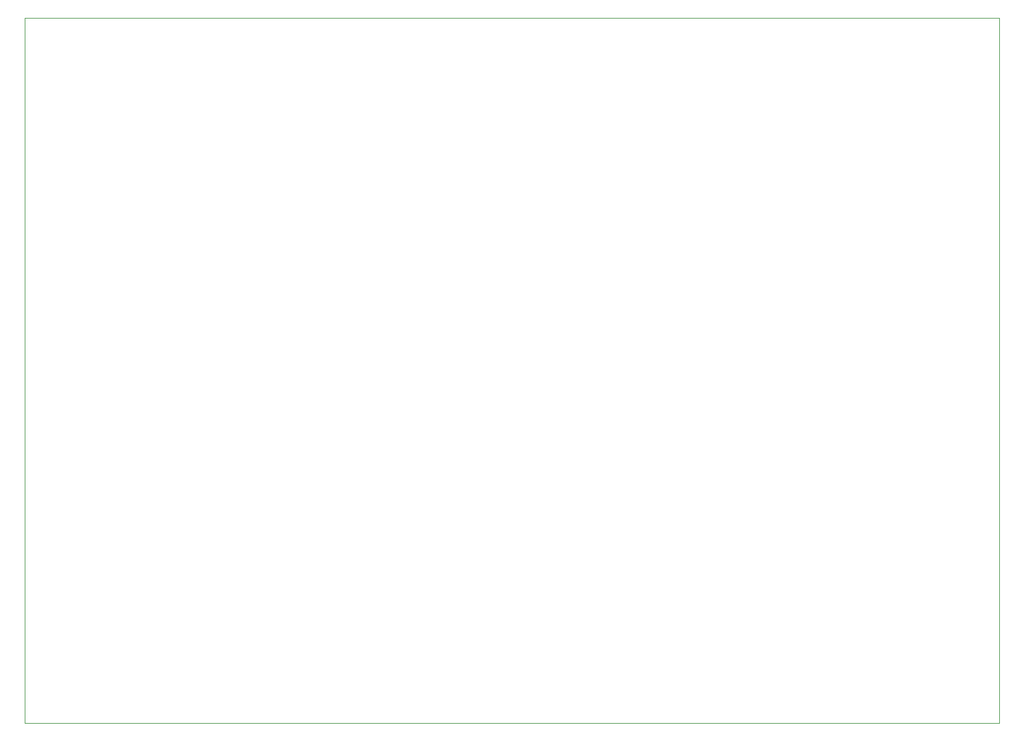
<source format=gbr>
%TF.GenerationSoftware,KiCad,Pcbnew,(6.0.4)*%
%TF.CreationDate,2022-12-17T07:05:36+03:00*%
%TF.ProjectId,Main_PCB_002,4d61696e-5f50-4434-925f-3030322e6b69,rev?*%
%TF.SameCoordinates,Original*%
%TF.FileFunction,Profile,NP*%
%FSLAX46Y46*%
G04 Gerber Fmt 4.6, Leading zero omitted, Abs format (unit mm)*
G04 Created by KiCad (PCBNEW (6.0.4)) date 2022-12-17 07:05:36*
%MOMM*%
%LPD*%
G01*
G04 APERTURE LIST*
%TA.AperFunction,Profile*%
%ADD10C,0.100000*%
%TD*%
G04 APERTURE END LIST*
D10*
X63500000Y-53340000D02*
X196850000Y-53340000D01*
X196850000Y-149860000D02*
X63500000Y-149860000D01*
X196850000Y-53340000D02*
X196850000Y-149860000D01*
X63500000Y-149860000D02*
X63500000Y-53340000D01*
M02*

</source>
